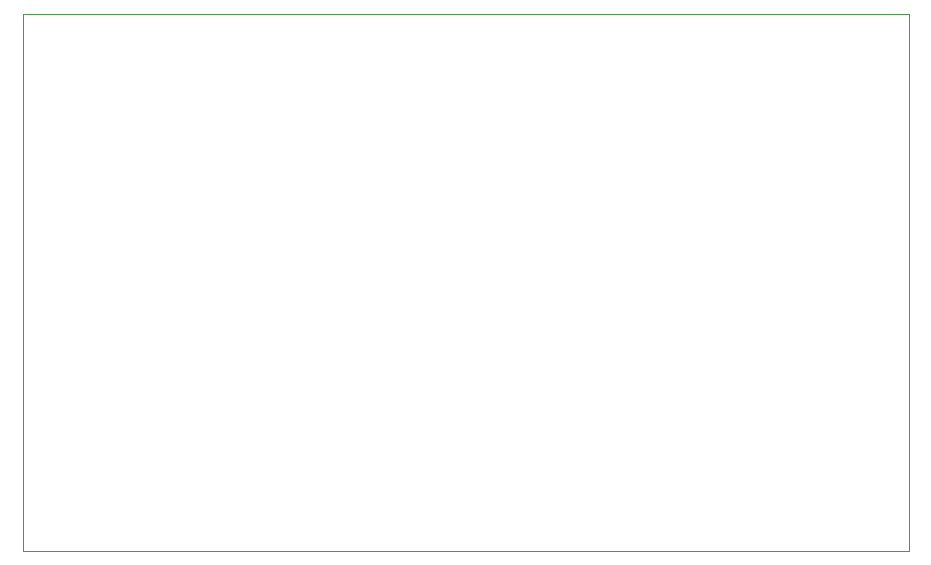
<source format=gm1>
G04 #@! TF.GenerationSoftware,KiCad,Pcbnew,9.0.6*
G04 #@! TF.CreationDate,2025-12-17T23:00:57-08:00*
G04 #@! TF.ProjectId,LichKingChorus,4c696368-4b69-46e6-9743-686f7275732e,rev?*
G04 #@! TF.SameCoordinates,Original*
G04 #@! TF.FileFunction,Profile,NP*
%FSLAX46Y46*%
G04 Gerber Fmt 4.6, Leading zero omitted, Abs format (unit mm)*
G04 Created by KiCad (PCBNEW 9.0.6) date 2025-12-17 23:00:57*
%MOMM*%
%LPD*%
G01*
G04 APERTURE LIST*
G04 #@! TA.AperFunction,Profile*
%ADD10C,0.100000*%
G04 #@! TD*
G04 APERTURE END LIST*
D10*
X124500000Y-72000000D02*
X199500000Y-72000000D01*
X199500000Y-117500000D01*
X124500000Y-117500000D01*
X124500000Y-72000000D01*
M02*

</source>
